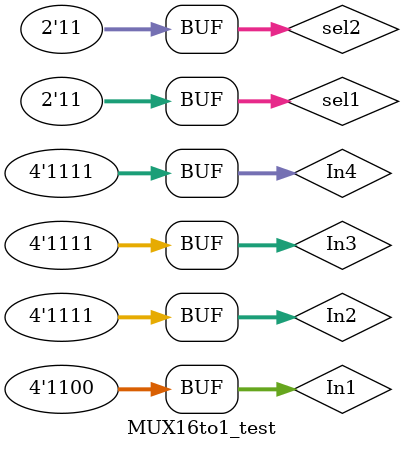
<source format=v>
`timescale 1ns / 1ps


module MUX16to1_test;

	// Inputs
	reg [3:0] In1;
	reg [7:4] In2;
	reg [11:8] In3;
	reg [15:12] In4;
	reg [1:0] sel1;
	reg [1:0] sel2;

	// Outputs
	wire Y_L;

	// Instantiate the Unit Under Test (UUT)
	MUX16to1 uut (
		.In1(In1), 
		.In2(In2), 
		.In3(In3), 
		.In4(In4), 
		.sel1(sel1), 
		.sel2(sel2), 
		.Y_L(Y_L)
	);

	initial begin
		// Initialize Inputs
		In1 = 0;
		In2 = 0;
		In3 = 0;
		In4 = 0;
		sel1 = 0;
		sel2 = 0;

		// Wait 100 ns for global reset to finish
		#100;
        
		// Add stimulus here
		//1st case fixed input 16'b1100001110110100 
		In1 = 4'b1100;
		In2 = 4'b0011;
		In3 = 4'b1011;
		In4 = 4'b0100;
		//manipulate selection lines (16 cases)
		sel2 = 2'b00; //second level select line input
		sel1 = 2'b00;
		#100;
		sel1 = 2'b01;
		#100;	
		sel1 = 2'b10;
		#100;	
		sel1 = 2'b11;
		#100;
				
		sel2 = 2'b01;
		sel1 = 2'b00;
		#100;
		sel1 = 2'b01;
		#100;	
		sel1 = 2'b10;
		#100;	
		sel1 = 2'b11;
		#100;
		
		sel2 = 2'b10;
		sel1 = 2'b00;
		#100;
		sel1 = 2'b01;
		#100;	
		sel1 = 2'b10;
		#100;	
		sel1 = 2'b11;
		#100;
		
		sel2 = 2'b11;
		sel1 = 2'b00;
		#100;
		sel1 = 2'b01;
		#100;	
		sel1 = 2'b10;
		#100;	
		sel1 = 2'b11;
		#100;
		
		//2nd case fixed input 16'b1100111111111111
		In1 = 4'b1100;
		In2 = 4'b1111;
		In3 = 4'b1111;
		In4 = 4'b1111;
		//manipulate selection lines for fixed input (16 cases. total = 32 cases)
		sel2 = 2'b00; //second level select line input
		sel1 = 2'b00;
		#100;
		sel1 = 2'b01;
		#100;	
		sel1 = 2'b10;
		#100;	
		sel1 = 2'b11;
		#100;
				
		sel2 = 2'b01;
		sel1 = 2'b00;
		#100;
		sel1 = 2'b01;
		#100;	
		sel1 = 2'b10;
		#100;	
		sel1 = 2'b11;
		#100;
		
		sel2 = 2'b10;
		sel1 = 2'b00;
		#100;
		sel1 = 2'b01;
		#100;	
		sel1 = 2'b10;
		#100;	
		sel1 = 2'b11;
		#100;
		
		sel2 = 2'b11;
		sel1 = 2'b00;
		#100;
		sel1 = 2'b01;
		#100;	
		sel1 = 2'b10;
		#100;	
		sel1 = 2'b11;
		#100;
		
	end
      
endmodule


</source>
